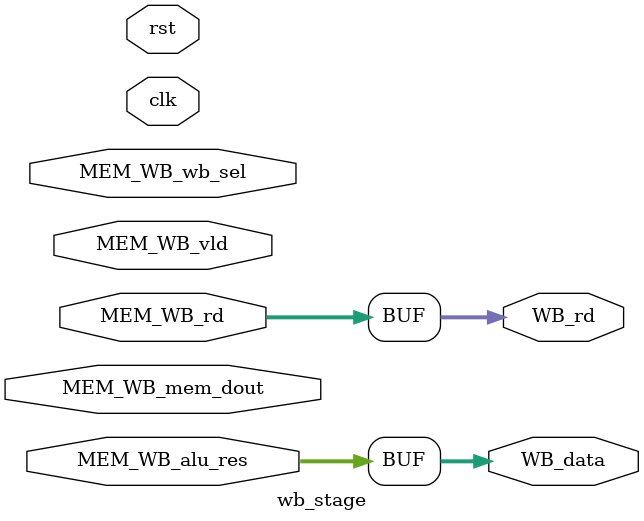
<source format=sv>
`ifdef MODEL_TECH
	`include "../sys_defs.vh"
`endif

module wb_stage(
	input	logic			clk,
	input	logic			rst,

	input	logic	[31:0]	MEM_WB_alu_res,
	input	logic	[31:0]	MEM_WB_mem_dout,
	input	logic	[1:0]	MEM_WB_wb_sel,
	input	logic			MEM_WB_vld,
	input	logic	[4:0]	MEM_WB_rd,

	output	logic	[31:0]	WB_data,
	output	logic	[4:0]	WB_rd
);

assign WB_data = MEM_WB_alu_res;
assign WB_rd = MEM_WB_rd;

endmodule

</source>
